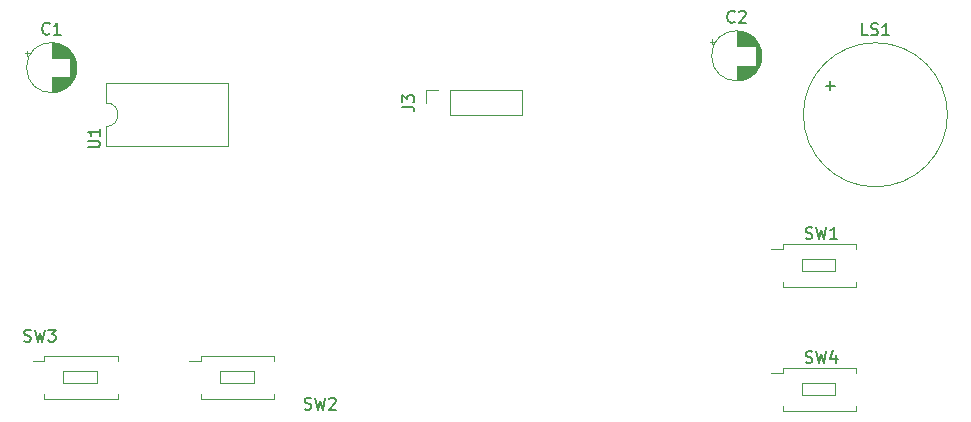
<source format=gbr>
%TF.GenerationSoftware,KiCad,Pcbnew,8.0.4*%
%TF.CreationDate,2024-12-14T18:04:40+05:30*%
%TF.ProjectId,snakeGameConsole,736e616b-6547-4616-9d65-436f6e736f6c,rev?*%
%TF.SameCoordinates,Original*%
%TF.FileFunction,Legend,Top*%
%TF.FilePolarity,Positive*%
%FSLAX46Y46*%
G04 Gerber Fmt 4.6, Leading zero omitted, Abs format (unit mm)*
G04 Created by KiCad (PCBNEW 8.0.4) date 2024-12-14 18:04:40*
%MOMM*%
%LPD*%
G01*
G04 APERTURE LIST*
%ADD10C,0.150000*%
%ADD11C,0.120000*%
G04 APERTURE END LIST*
D10*
X176357142Y-89254819D02*
X175880952Y-89254819D01*
X175880952Y-89254819D02*
X175880952Y-88254819D01*
X176642857Y-89207200D02*
X176785714Y-89254819D01*
X176785714Y-89254819D02*
X177023809Y-89254819D01*
X177023809Y-89254819D02*
X177119047Y-89207200D01*
X177119047Y-89207200D02*
X177166666Y-89159580D01*
X177166666Y-89159580D02*
X177214285Y-89064342D01*
X177214285Y-89064342D02*
X177214285Y-88969104D01*
X177214285Y-88969104D02*
X177166666Y-88873866D01*
X177166666Y-88873866D02*
X177119047Y-88826247D01*
X177119047Y-88826247D02*
X177023809Y-88778628D01*
X177023809Y-88778628D02*
X176833333Y-88731009D01*
X176833333Y-88731009D02*
X176738095Y-88683390D01*
X176738095Y-88683390D02*
X176690476Y-88635771D01*
X176690476Y-88635771D02*
X176642857Y-88540533D01*
X176642857Y-88540533D02*
X176642857Y-88445295D01*
X176642857Y-88445295D02*
X176690476Y-88350057D01*
X176690476Y-88350057D02*
X176738095Y-88302438D01*
X176738095Y-88302438D02*
X176833333Y-88254819D01*
X176833333Y-88254819D02*
X177071428Y-88254819D01*
X177071428Y-88254819D02*
X177214285Y-88302438D01*
X178166666Y-89254819D02*
X177595238Y-89254819D01*
X177880952Y-89254819D02*
X177880952Y-88254819D01*
X177880952Y-88254819D02*
X177785714Y-88397676D01*
X177785714Y-88397676D02*
X177690476Y-88492914D01*
X177690476Y-88492914D02*
X177595238Y-88540533D01*
X172809048Y-93533866D02*
X173570953Y-93533866D01*
X173190000Y-93914819D02*
X173190000Y-93152914D01*
X104916667Y-115157200D02*
X105059524Y-115204819D01*
X105059524Y-115204819D02*
X105297619Y-115204819D01*
X105297619Y-115204819D02*
X105392857Y-115157200D01*
X105392857Y-115157200D02*
X105440476Y-115109580D01*
X105440476Y-115109580D02*
X105488095Y-115014342D01*
X105488095Y-115014342D02*
X105488095Y-114919104D01*
X105488095Y-114919104D02*
X105440476Y-114823866D01*
X105440476Y-114823866D02*
X105392857Y-114776247D01*
X105392857Y-114776247D02*
X105297619Y-114728628D01*
X105297619Y-114728628D02*
X105107143Y-114681009D01*
X105107143Y-114681009D02*
X105011905Y-114633390D01*
X105011905Y-114633390D02*
X104964286Y-114585771D01*
X104964286Y-114585771D02*
X104916667Y-114490533D01*
X104916667Y-114490533D02*
X104916667Y-114395295D01*
X104916667Y-114395295D02*
X104964286Y-114300057D01*
X104964286Y-114300057D02*
X105011905Y-114252438D01*
X105011905Y-114252438D02*
X105107143Y-114204819D01*
X105107143Y-114204819D02*
X105345238Y-114204819D01*
X105345238Y-114204819D02*
X105488095Y-114252438D01*
X105821429Y-114204819D02*
X106059524Y-115204819D01*
X106059524Y-115204819D02*
X106250000Y-114490533D01*
X106250000Y-114490533D02*
X106440476Y-115204819D01*
X106440476Y-115204819D02*
X106678572Y-114204819D01*
X106964286Y-114204819D02*
X107583333Y-114204819D01*
X107583333Y-114204819D02*
X107250000Y-114585771D01*
X107250000Y-114585771D02*
X107392857Y-114585771D01*
X107392857Y-114585771D02*
X107488095Y-114633390D01*
X107488095Y-114633390D02*
X107535714Y-114681009D01*
X107535714Y-114681009D02*
X107583333Y-114776247D01*
X107583333Y-114776247D02*
X107583333Y-115014342D01*
X107583333Y-115014342D02*
X107535714Y-115109580D01*
X107535714Y-115109580D02*
X107488095Y-115157200D01*
X107488095Y-115157200D02*
X107392857Y-115204819D01*
X107392857Y-115204819D02*
X107107143Y-115204819D01*
X107107143Y-115204819D02*
X107011905Y-115157200D01*
X107011905Y-115157200D02*
X106964286Y-115109580D01*
X107083333Y-89109580D02*
X107035714Y-89157200D01*
X107035714Y-89157200D02*
X106892857Y-89204819D01*
X106892857Y-89204819D02*
X106797619Y-89204819D01*
X106797619Y-89204819D02*
X106654762Y-89157200D01*
X106654762Y-89157200D02*
X106559524Y-89061961D01*
X106559524Y-89061961D02*
X106511905Y-88966723D01*
X106511905Y-88966723D02*
X106464286Y-88776247D01*
X106464286Y-88776247D02*
X106464286Y-88633390D01*
X106464286Y-88633390D02*
X106511905Y-88442914D01*
X106511905Y-88442914D02*
X106559524Y-88347676D01*
X106559524Y-88347676D02*
X106654762Y-88252438D01*
X106654762Y-88252438D02*
X106797619Y-88204819D01*
X106797619Y-88204819D02*
X106892857Y-88204819D01*
X106892857Y-88204819D02*
X107035714Y-88252438D01*
X107035714Y-88252438D02*
X107083333Y-88300057D01*
X108035714Y-89204819D02*
X107464286Y-89204819D01*
X107750000Y-89204819D02*
X107750000Y-88204819D01*
X107750000Y-88204819D02*
X107654762Y-88347676D01*
X107654762Y-88347676D02*
X107559524Y-88442914D01*
X107559524Y-88442914D02*
X107464286Y-88490533D01*
X110324819Y-98761904D02*
X111134342Y-98761904D01*
X111134342Y-98761904D02*
X111229580Y-98714285D01*
X111229580Y-98714285D02*
X111277200Y-98666666D01*
X111277200Y-98666666D02*
X111324819Y-98571428D01*
X111324819Y-98571428D02*
X111324819Y-98380952D01*
X111324819Y-98380952D02*
X111277200Y-98285714D01*
X111277200Y-98285714D02*
X111229580Y-98238095D01*
X111229580Y-98238095D02*
X111134342Y-98190476D01*
X111134342Y-98190476D02*
X110324819Y-98190476D01*
X111324819Y-97190476D02*
X111324819Y-97761904D01*
X111324819Y-97476190D02*
X110324819Y-97476190D01*
X110324819Y-97476190D02*
X110467676Y-97571428D01*
X110467676Y-97571428D02*
X110562914Y-97666666D01*
X110562914Y-97666666D02*
X110610533Y-97761904D01*
X171086667Y-106457200D02*
X171229524Y-106504819D01*
X171229524Y-106504819D02*
X171467619Y-106504819D01*
X171467619Y-106504819D02*
X171562857Y-106457200D01*
X171562857Y-106457200D02*
X171610476Y-106409580D01*
X171610476Y-106409580D02*
X171658095Y-106314342D01*
X171658095Y-106314342D02*
X171658095Y-106219104D01*
X171658095Y-106219104D02*
X171610476Y-106123866D01*
X171610476Y-106123866D02*
X171562857Y-106076247D01*
X171562857Y-106076247D02*
X171467619Y-106028628D01*
X171467619Y-106028628D02*
X171277143Y-105981009D01*
X171277143Y-105981009D02*
X171181905Y-105933390D01*
X171181905Y-105933390D02*
X171134286Y-105885771D01*
X171134286Y-105885771D02*
X171086667Y-105790533D01*
X171086667Y-105790533D02*
X171086667Y-105695295D01*
X171086667Y-105695295D02*
X171134286Y-105600057D01*
X171134286Y-105600057D02*
X171181905Y-105552438D01*
X171181905Y-105552438D02*
X171277143Y-105504819D01*
X171277143Y-105504819D02*
X171515238Y-105504819D01*
X171515238Y-105504819D02*
X171658095Y-105552438D01*
X171991429Y-105504819D02*
X172229524Y-106504819D01*
X172229524Y-106504819D02*
X172420000Y-105790533D01*
X172420000Y-105790533D02*
X172610476Y-106504819D01*
X172610476Y-106504819D02*
X172848572Y-105504819D01*
X173753333Y-106504819D02*
X173181905Y-106504819D01*
X173467619Y-106504819D02*
X173467619Y-105504819D01*
X173467619Y-105504819D02*
X173372381Y-105647676D01*
X173372381Y-105647676D02*
X173277143Y-105742914D01*
X173277143Y-105742914D02*
X173181905Y-105790533D01*
X128666667Y-120907200D02*
X128809524Y-120954819D01*
X128809524Y-120954819D02*
X129047619Y-120954819D01*
X129047619Y-120954819D02*
X129142857Y-120907200D01*
X129142857Y-120907200D02*
X129190476Y-120859580D01*
X129190476Y-120859580D02*
X129238095Y-120764342D01*
X129238095Y-120764342D02*
X129238095Y-120669104D01*
X129238095Y-120669104D02*
X129190476Y-120573866D01*
X129190476Y-120573866D02*
X129142857Y-120526247D01*
X129142857Y-120526247D02*
X129047619Y-120478628D01*
X129047619Y-120478628D02*
X128857143Y-120431009D01*
X128857143Y-120431009D02*
X128761905Y-120383390D01*
X128761905Y-120383390D02*
X128714286Y-120335771D01*
X128714286Y-120335771D02*
X128666667Y-120240533D01*
X128666667Y-120240533D02*
X128666667Y-120145295D01*
X128666667Y-120145295D02*
X128714286Y-120050057D01*
X128714286Y-120050057D02*
X128761905Y-120002438D01*
X128761905Y-120002438D02*
X128857143Y-119954819D01*
X128857143Y-119954819D02*
X129095238Y-119954819D01*
X129095238Y-119954819D02*
X129238095Y-120002438D01*
X129571429Y-119954819D02*
X129809524Y-120954819D01*
X129809524Y-120954819D02*
X130000000Y-120240533D01*
X130000000Y-120240533D02*
X130190476Y-120954819D01*
X130190476Y-120954819D02*
X130428572Y-119954819D01*
X130761905Y-120050057D02*
X130809524Y-120002438D01*
X130809524Y-120002438D02*
X130904762Y-119954819D01*
X130904762Y-119954819D02*
X131142857Y-119954819D01*
X131142857Y-119954819D02*
X131238095Y-120002438D01*
X131238095Y-120002438D02*
X131285714Y-120050057D01*
X131285714Y-120050057D02*
X131333333Y-120145295D01*
X131333333Y-120145295D02*
X131333333Y-120240533D01*
X131333333Y-120240533D02*
X131285714Y-120383390D01*
X131285714Y-120383390D02*
X130714286Y-120954819D01*
X130714286Y-120954819D02*
X131333333Y-120954819D01*
X171086667Y-116957200D02*
X171229524Y-117004819D01*
X171229524Y-117004819D02*
X171467619Y-117004819D01*
X171467619Y-117004819D02*
X171562857Y-116957200D01*
X171562857Y-116957200D02*
X171610476Y-116909580D01*
X171610476Y-116909580D02*
X171658095Y-116814342D01*
X171658095Y-116814342D02*
X171658095Y-116719104D01*
X171658095Y-116719104D02*
X171610476Y-116623866D01*
X171610476Y-116623866D02*
X171562857Y-116576247D01*
X171562857Y-116576247D02*
X171467619Y-116528628D01*
X171467619Y-116528628D02*
X171277143Y-116481009D01*
X171277143Y-116481009D02*
X171181905Y-116433390D01*
X171181905Y-116433390D02*
X171134286Y-116385771D01*
X171134286Y-116385771D02*
X171086667Y-116290533D01*
X171086667Y-116290533D02*
X171086667Y-116195295D01*
X171086667Y-116195295D02*
X171134286Y-116100057D01*
X171134286Y-116100057D02*
X171181905Y-116052438D01*
X171181905Y-116052438D02*
X171277143Y-116004819D01*
X171277143Y-116004819D02*
X171515238Y-116004819D01*
X171515238Y-116004819D02*
X171658095Y-116052438D01*
X171991429Y-116004819D02*
X172229524Y-117004819D01*
X172229524Y-117004819D02*
X172420000Y-116290533D01*
X172420000Y-116290533D02*
X172610476Y-117004819D01*
X172610476Y-117004819D02*
X172848572Y-116004819D01*
X173658095Y-116338152D02*
X173658095Y-117004819D01*
X173420000Y-115957200D02*
X173181905Y-116671485D01*
X173181905Y-116671485D02*
X173800952Y-116671485D01*
X165083333Y-88109580D02*
X165035714Y-88157200D01*
X165035714Y-88157200D02*
X164892857Y-88204819D01*
X164892857Y-88204819D02*
X164797619Y-88204819D01*
X164797619Y-88204819D02*
X164654762Y-88157200D01*
X164654762Y-88157200D02*
X164559524Y-88061961D01*
X164559524Y-88061961D02*
X164511905Y-87966723D01*
X164511905Y-87966723D02*
X164464286Y-87776247D01*
X164464286Y-87776247D02*
X164464286Y-87633390D01*
X164464286Y-87633390D02*
X164511905Y-87442914D01*
X164511905Y-87442914D02*
X164559524Y-87347676D01*
X164559524Y-87347676D02*
X164654762Y-87252438D01*
X164654762Y-87252438D02*
X164797619Y-87204819D01*
X164797619Y-87204819D02*
X164892857Y-87204819D01*
X164892857Y-87204819D02*
X165035714Y-87252438D01*
X165035714Y-87252438D02*
X165083333Y-87300057D01*
X165464286Y-87300057D02*
X165511905Y-87252438D01*
X165511905Y-87252438D02*
X165607143Y-87204819D01*
X165607143Y-87204819D02*
X165845238Y-87204819D01*
X165845238Y-87204819D02*
X165940476Y-87252438D01*
X165940476Y-87252438D02*
X165988095Y-87300057D01*
X165988095Y-87300057D02*
X166035714Y-87395295D01*
X166035714Y-87395295D02*
X166035714Y-87490533D01*
X166035714Y-87490533D02*
X165988095Y-87633390D01*
X165988095Y-87633390D02*
X165416667Y-88204819D01*
X165416667Y-88204819D02*
X166035714Y-88204819D01*
X136954819Y-95333333D02*
X137669104Y-95333333D01*
X137669104Y-95333333D02*
X137811961Y-95380952D01*
X137811961Y-95380952D02*
X137907200Y-95476190D01*
X137907200Y-95476190D02*
X137954819Y-95619047D01*
X137954819Y-95619047D02*
X137954819Y-95714285D01*
X136954819Y-94952380D02*
X136954819Y-94333333D01*
X136954819Y-94333333D02*
X137335771Y-94666666D01*
X137335771Y-94666666D02*
X137335771Y-94523809D01*
X137335771Y-94523809D02*
X137383390Y-94428571D01*
X137383390Y-94428571D02*
X137431009Y-94380952D01*
X137431009Y-94380952D02*
X137526247Y-94333333D01*
X137526247Y-94333333D02*
X137764342Y-94333333D01*
X137764342Y-94333333D02*
X137859580Y-94380952D01*
X137859580Y-94380952D02*
X137907200Y-94428571D01*
X137907200Y-94428571D02*
X137954819Y-94523809D01*
X137954819Y-94523809D02*
X137954819Y-94809523D01*
X137954819Y-94809523D02*
X137907200Y-94904761D01*
X137907200Y-94904761D02*
X137859580Y-94952380D01*
D11*
%TO.C,LS1*%
X183100000Y-96000000D02*
G75*
G02*
X170900000Y-96000000I-6100000J0D01*
G01*
X170900000Y-96000000D02*
G75*
G02*
X183100000Y-96000000I6100000J0D01*
G01*
%TO.C,SW3*%
X106650000Y-116400000D02*
X106650000Y-116860000D01*
X106650000Y-116860000D02*
X105650000Y-116860000D01*
X106650000Y-119640000D02*
X106650000Y-120100000D01*
X106650000Y-120100000D02*
X112850000Y-120100000D01*
X112850000Y-116400000D02*
X106650000Y-116400000D01*
X112850000Y-116400000D02*
X112850000Y-116860000D01*
X112850000Y-119640000D02*
X112850000Y-120100000D01*
X108250000Y-117700000D02*
X111100000Y-117700000D01*
X111100000Y-118750000D01*
X108250000Y-118750000D01*
X108250000Y-117700000D01*
%TO.C,C1*%
X104980199Y-90805000D02*
X105380199Y-90805000D01*
X105180199Y-90605000D02*
X105180199Y-91005000D01*
X107250000Y-89920000D02*
X107250000Y-91160000D01*
X107250000Y-92840000D02*
X107250000Y-94080000D01*
X107290000Y-89920000D02*
X107290000Y-91160000D01*
X107290000Y-92840000D02*
X107290000Y-94080000D01*
X107330000Y-89921000D02*
X107330000Y-91160000D01*
X107330000Y-92840000D02*
X107330000Y-94079000D01*
X107370000Y-89923000D02*
X107370000Y-91160000D01*
X107370000Y-92840000D02*
X107370000Y-94077000D01*
X107410000Y-89926000D02*
X107410000Y-91160000D01*
X107410000Y-92840000D02*
X107410000Y-94074000D01*
X107450000Y-89929000D02*
X107450000Y-91160000D01*
X107450000Y-92840000D02*
X107450000Y-94071000D01*
X107490000Y-89933000D02*
X107490000Y-91160000D01*
X107490000Y-92840000D02*
X107490000Y-94067000D01*
X107530000Y-89938000D02*
X107530000Y-91160000D01*
X107530000Y-92840000D02*
X107530000Y-94062000D01*
X107570000Y-89944000D02*
X107570000Y-91160000D01*
X107570000Y-92840000D02*
X107570000Y-94056000D01*
X107610000Y-89950000D02*
X107610000Y-91160000D01*
X107610000Y-92840000D02*
X107610000Y-94050000D01*
X107650000Y-89958000D02*
X107650000Y-91160000D01*
X107650000Y-92840000D02*
X107650000Y-94042000D01*
X107690000Y-89966000D02*
X107690000Y-91160000D01*
X107690000Y-92840000D02*
X107690000Y-94034000D01*
X107730000Y-89975000D02*
X107730000Y-91160000D01*
X107730000Y-92840000D02*
X107730000Y-94025000D01*
X107770000Y-89984000D02*
X107770000Y-91160000D01*
X107770000Y-92840000D02*
X107770000Y-94016000D01*
X107810000Y-89995000D02*
X107810000Y-91160000D01*
X107810000Y-92840000D02*
X107810000Y-94005000D01*
X107850000Y-90006000D02*
X107850000Y-91160000D01*
X107850000Y-92840000D02*
X107850000Y-93994000D01*
X107890000Y-90018000D02*
X107890000Y-91160000D01*
X107890000Y-92840000D02*
X107890000Y-93982000D01*
X107930000Y-90032000D02*
X107930000Y-91160000D01*
X107930000Y-92840000D02*
X107930000Y-93968000D01*
X107971000Y-90046000D02*
X107971000Y-91160000D01*
X107971000Y-92840000D02*
X107971000Y-93954000D01*
X108011000Y-90060000D02*
X108011000Y-91160000D01*
X108011000Y-92840000D02*
X108011000Y-93940000D01*
X108051000Y-90076000D02*
X108051000Y-91160000D01*
X108051000Y-92840000D02*
X108051000Y-93924000D01*
X108091000Y-90093000D02*
X108091000Y-91160000D01*
X108091000Y-92840000D02*
X108091000Y-93907000D01*
X108131000Y-90111000D02*
X108131000Y-91160000D01*
X108131000Y-92840000D02*
X108131000Y-93889000D01*
X108171000Y-90130000D02*
X108171000Y-91160000D01*
X108171000Y-92840000D02*
X108171000Y-93870000D01*
X108211000Y-90149000D02*
X108211000Y-91160000D01*
X108211000Y-92840000D02*
X108211000Y-93851000D01*
X108251000Y-90170000D02*
X108251000Y-91160000D01*
X108251000Y-92840000D02*
X108251000Y-93830000D01*
X108291000Y-90192000D02*
X108291000Y-91160000D01*
X108291000Y-92840000D02*
X108291000Y-93808000D01*
X108331000Y-90215000D02*
X108331000Y-91160000D01*
X108331000Y-92840000D02*
X108331000Y-93785000D01*
X108371000Y-90240000D02*
X108371000Y-91160000D01*
X108371000Y-92840000D02*
X108371000Y-93760000D01*
X108411000Y-90265000D02*
X108411000Y-91160000D01*
X108411000Y-92840000D02*
X108411000Y-93735000D01*
X108451000Y-90292000D02*
X108451000Y-91160000D01*
X108451000Y-92840000D02*
X108451000Y-93708000D01*
X108491000Y-90320000D02*
X108491000Y-91160000D01*
X108491000Y-92840000D02*
X108491000Y-93680000D01*
X108531000Y-90350000D02*
X108531000Y-91160000D01*
X108531000Y-92840000D02*
X108531000Y-93650000D01*
X108571000Y-90381000D02*
X108571000Y-91160000D01*
X108571000Y-92840000D02*
X108571000Y-93619000D01*
X108611000Y-90413000D02*
X108611000Y-91160000D01*
X108611000Y-92840000D02*
X108611000Y-93587000D01*
X108651000Y-90448000D02*
X108651000Y-91160000D01*
X108651000Y-92840000D02*
X108651000Y-93552000D01*
X108691000Y-90484000D02*
X108691000Y-91160000D01*
X108691000Y-92840000D02*
X108691000Y-93516000D01*
X108731000Y-90522000D02*
X108731000Y-91160000D01*
X108731000Y-92840000D02*
X108731000Y-93478000D01*
X108771000Y-90562000D02*
X108771000Y-91160000D01*
X108771000Y-92840000D02*
X108771000Y-93438000D01*
X108811000Y-90604000D02*
X108811000Y-91160000D01*
X108811000Y-92840000D02*
X108811000Y-93396000D01*
X108851000Y-90649000D02*
X108851000Y-93351000D01*
X108891000Y-90696000D02*
X108891000Y-93304000D01*
X108931000Y-90746000D02*
X108931000Y-93254000D01*
X108971000Y-90800000D02*
X108971000Y-93200000D01*
X109011000Y-90858000D02*
X109011000Y-93142000D01*
X109051000Y-90920000D02*
X109051000Y-93080000D01*
X109091000Y-90987000D02*
X109091000Y-93013000D01*
X109131000Y-91060000D02*
X109131000Y-92940000D01*
X109171000Y-91141000D02*
X109171000Y-92859000D01*
X109211000Y-91232000D02*
X109211000Y-92768000D01*
X109251000Y-91336000D02*
X109251000Y-92664000D01*
X109291000Y-91463000D02*
X109291000Y-92537000D01*
X109331000Y-91630000D02*
X109331000Y-92370000D01*
X109370000Y-92000000D02*
G75*
G02*
X105130000Y-92000000I-2120000J0D01*
G01*
X105130000Y-92000000D02*
G75*
G02*
X109370000Y-92000000I2120000J0D01*
G01*
%TO.C,U1*%
X111870000Y-93340000D02*
X111870000Y-94990000D01*
X111870000Y-96990000D02*
X111870000Y-98640000D01*
X111870000Y-98640000D02*
X122150000Y-98640000D01*
X122150000Y-93340000D02*
X111870000Y-93340000D01*
X122150000Y-98640000D02*
X122150000Y-93340000D01*
X111870000Y-94990000D02*
G75*
G02*
X111870000Y-96990000I0J-1000000D01*
G01*
%TO.C,SW1*%
X169150000Y-106900000D02*
X169150000Y-107360000D01*
X169150000Y-107360000D02*
X168150000Y-107360000D01*
X169150000Y-110140000D02*
X169150000Y-110600000D01*
X169150000Y-110600000D02*
X175350000Y-110600000D01*
X175350000Y-106900000D02*
X169150000Y-106900000D01*
X175350000Y-106900000D02*
X175350000Y-107360000D01*
X175350000Y-110140000D02*
X175350000Y-110600000D01*
X170750000Y-108200000D02*
X173600000Y-108200000D01*
X173600000Y-109250000D01*
X170750000Y-109250000D01*
X170750000Y-108200000D01*
%TO.C,SW2*%
X119900000Y-116400000D02*
X119900000Y-116860000D01*
X119900000Y-116860000D02*
X118900000Y-116860000D01*
X119900000Y-119640000D02*
X119900000Y-120100000D01*
X119900000Y-120100000D02*
X126100000Y-120100000D01*
X126100000Y-116400000D02*
X119900000Y-116400000D01*
X126100000Y-116400000D02*
X126100000Y-116860000D01*
X126100000Y-119640000D02*
X126100000Y-120100000D01*
X121500000Y-117700000D02*
X124350000Y-117700000D01*
X124350000Y-118750000D01*
X121500000Y-118750000D01*
X121500000Y-117700000D01*
%TO.C,SW4*%
X169150000Y-117400000D02*
X169150000Y-117860000D01*
X169150000Y-117860000D02*
X168150000Y-117860000D01*
X169150000Y-120640000D02*
X169150000Y-121100000D01*
X169150000Y-121100000D02*
X175350000Y-121100000D01*
X175350000Y-117400000D02*
X169150000Y-117400000D01*
X175350000Y-117400000D02*
X175350000Y-117860000D01*
X175350000Y-120640000D02*
X175350000Y-121100000D01*
X170750000Y-118700000D02*
X173600000Y-118700000D01*
X173600000Y-119750000D01*
X170750000Y-119750000D01*
X170750000Y-118700000D01*
%TO.C,C2*%
X162980199Y-89805000D02*
X163380199Y-89805000D01*
X163180199Y-89605000D02*
X163180199Y-90005000D01*
X165250000Y-88920000D02*
X165250000Y-90160000D01*
X165250000Y-91840000D02*
X165250000Y-93080000D01*
X165290000Y-88920000D02*
X165290000Y-90160000D01*
X165290000Y-91840000D02*
X165290000Y-93080000D01*
X165330000Y-88921000D02*
X165330000Y-90160000D01*
X165330000Y-91840000D02*
X165330000Y-93079000D01*
X165370000Y-88923000D02*
X165370000Y-90160000D01*
X165370000Y-91840000D02*
X165370000Y-93077000D01*
X165410000Y-88926000D02*
X165410000Y-90160000D01*
X165410000Y-91840000D02*
X165410000Y-93074000D01*
X165450000Y-88929000D02*
X165450000Y-90160000D01*
X165450000Y-91840000D02*
X165450000Y-93071000D01*
X165490000Y-88933000D02*
X165490000Y-90160000D01*
X165490000Y-91840000D02*
X165490000Y-93067000D01*
X165530000Y-88938000D02*
X165530000Y-90160000D01*
X165530000Y-91840000D02*
X165530000Y-93062000D01*
X165570000Y-88944000D02*
X165570000Y-90160000D01*
X165570000Y-91840000D02*
X165570000Y-93056000D01*
X165610000Y-88950000D02*
X165610000Y-90160000D01*
X165610000Y-91840000D02*
X165610000Y-93050000D01*
X165650000Y-88958000D02*
X165650000Y-90160000D01*
X165650000Y-91840000D02*
X165650000Y-93042000D01*
X165690000Y-88966000D02*
X165690000Y-90160000D01*
X165690000Y-91840000D02*
X165690000Y-93034000D01*
X165730000Y-88975000D02*
X165730000Y-90160000D01*
X165730000Y-91840000D02*
X165730000Y-93025000D01*
X165770000Y-88984000D02*
X165770000Y-90160000D01*
X165770000Y-91840000D02*
X165770000Y-93016000D01*
X165810000Y-88995000D02*
X165810000Y-90160000D01*
X165810000Y-91840000D02*
X165810000Y-93005000D01*
X165850000Y-89006000D02*
X165850000Y-90160000D01*
X165850000Y-91840000D02*
X165850000Y-92994000D01*
X165890000Y-89018000D02*
X165890000Y-90160000D01*
X165890000Y-91840000D02*
X165890000Y-92982000D01*
X165930000Y-89032000D02*
X165930000Y-90160000D01*
X165930000Y-91840000D02*
X165930000Y-92968000D01*
X165971000Y-89046000D02*
X165971000Y-90160000D01*
X165971000Y-91840000D02*
X165971000Y-92954000D01*
X166011000Y-89060000D02*
X166011000Y-90160000D01*
X166011000Y-91840000D02*
X166011000Y-92940000D01*
X166051000Y-89076000D02*
X166051000Y-90160000D01*
X166051000Y-91840000D02*
X166051000Y-92924000D01*
X166091000Y-89093000D02*
X166091000Y-90160000D01*
X166091000Y-91840000D02*
X166091000Y-92907000D01*
X166131000Y-89111000D02*
X166131000Y-90160000D01*
X166131000Y-91840000D02*
X166131000Y-92889000D01*
X166171000Y-89130000D02*
X166171000Y-90160000D01*
X166171000Y-91840000D02*
X166171000Y-92870000D01*
X166211000Y-89149000D02*
X166211000Y-90160000D01*
X166211000Y-91840000D02*
X166211000Y-92851000D01*
X166251000Y-89170000D02*
X166251000Y-90160000D01*
X166251000Y-91840000D02*
X166251000Y-92830000D01*
X166291000Y-89192000D02*
X166291000Y-90160000D01*
X166291000Y-91840000D02*
X166291000Y-92808000D01*
X166331000Y-89215000D02*
X166331000Y-90160000D01*
X166331000Y-91840000D02*
X166331000Y-92785000D01*
X166371000Y-89240000D02*
X166371000Y-90160000D01*
X166371000Y-91840000D02*
X166371000Y-92760000D01*
X166411000Y-89265000D02*
X166411000Y-90160000D01*
X166411000Y-91840000D02*
X166411000Y-92735000D01*
X166451000Y-89292000D02*
X166451000Y-90160000D01*
X166451000Y-91840000D02*
X166451000Y-92708000D01*
X166491000Y-89320000D02*
X166491000Y-90160000D01*
X166491000Y-91840000D02*
X166491000Y-92680000D01*
X166531000Y-89350000D02*
X166531000Y-90160000D01*
X166531000Y-91840000D02*
X166531000Y-92650000D01*
X166571000Y-89381000D02*
X166571000Y-90160000D01*
X166571000Y-91840000D02*
X166571000Y-92619000D01*
X166611000Y-89413000D02*
X166611000Y-90160000D01*
X166611000Y-91840000D02*
X166611000Y-92587000D01*
X166651000Y-89448000D02*
X166651000Y-90160000D01*
X166651000Y-91840000D02*
X166651000Y-92552000D01*
X166691000Y-89484000D02*
X166691000Y-90160000D01*
X166691000Y-91840000D02*
X166691000Y-92516000D01*
X166731000Y-89522000D02*
X166731000Y-90160000D01*
X166731000Y-91840000D02*
X166731000Y-92478000D01*
X166771000Y-89562000D02*
X166771000Y-90160000D01*
X166771000Y-91840000D02*
X166771000Y-92438000D01*
X166811000Y-89604000D02*
X166811000Y-90160000D01*
X166811000Y-91840000D02*
X166811000Y-92396000D01*
X166851000Y-89649000D02*
X166851000Y-92351000D01*
X166891000Y-89696000D02*
X166891000Y-92304000D01*
X166931000Y-89746000D02*
X166931000Y-92254000D01*
X166971000Y-89800000D02*
X166971000Y-92200000D01*
X167011000Y-89858000D02*
X167011000Y-92142000D01*
X167051000Y-89920000D02*
X167051000Y-92080000D01*
X167091000Y-89987000D02*
X167091000Y-92013000D01*
X167131000Y-90060000D02*
X167131000Y-91940000D01*
X167171000Y-90141000D02*
X167171000Y-91859000D01*
X167211000Y-90232000D02*
X167211000Y-91768000D01*
X167251000Y-90336000D02*
X167251000Y-91664000D01*
X167291000Y-90463000D02*
X167291000Y-91537000D01*
X167331000Y-90630000D02*
X167331000Y-91370000D01*
X167370000Y-91000000D02*
G75*
G02*
X163130000Y-91000000I-2120000J0D01*
G01*
X163130000Y-91000000D02*
G75*
G02*
X167370000Y-91000000I2120000J0D01*
G01*
%TO.C,J3*%
X138940000Y-93940000D02*
X140000000Y-93940000D01*
X138940000Y-95000000D02*
X138940000Y-93940000D01*
X141000000Y-93940000D02*
X147060000Y-93940000D01*
X141000000Y-96060000D02*
X141000000Y-93940000D01*
X141000000Y-96060000D02*
X147060000Y-96060000D01*
X147060000Y-96060000D02*
X147060000Y-93940000D01*
%TD*%
M02*

</source>
